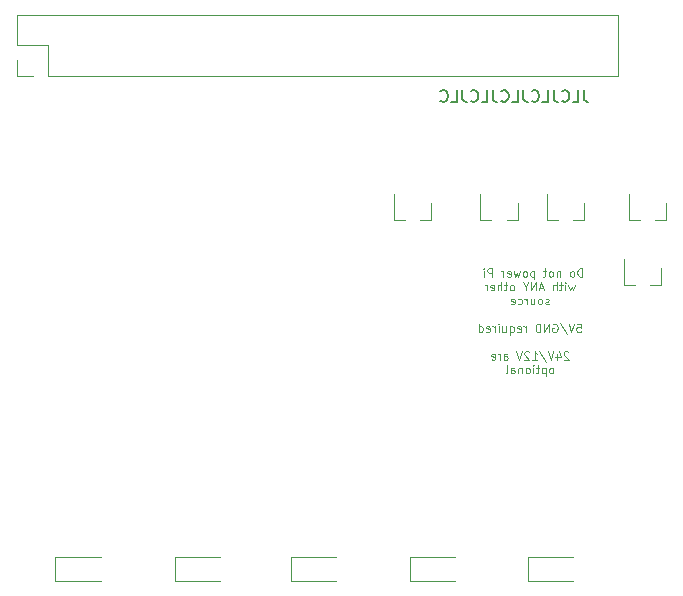
<source format=gbr>
%TF.GenerationSoftware,KiCad,Pcbnew,(5.1.9)-1*%
%TF.CreationDate,2021-03-07T19:12:45-05:00*%
%TF.ProjectId,bigp4ppa,62696770-3470-4706-912e-6b696361645f,rev?*%
%TF.SameCoordinates,Original*%
%TF.FileFunction,Legend,Bot*%
%TF.FilePolarity,Positive*%
%FSLAX46Y46*%
G04 Gerber Fmt 4.6, Leading zero omitted, Abs format (unit mm)*
G04 Created by KiCad (PCBNEW (5.1.9)-1) date 2021-03-07 19:12:45*
%MOMM*%
%LPD*%
G01*
G04 APERTURE LIST*
%ADD10C,0.150000*%
%ADD11C,0.120000*%
G04 APERTURE END LIST*
D10*
X125538761Y-52284380D02*
X125538761Y-52998666D01*
X125586380Y-53141523D01*
X125681619Y-53236761D01*
X125824476Y-53284380D01*
X125919714Y-53284380D01*
X124586380Y-53284380D02*
X125062571Y-53284380D01*
X125062571Y-52284380D01*
X123681619Y-53189142D02*
X123729238Y-53236761D01*
X123872095Y-53284380D01*
X123967333Y-53284380D01*
X124110190Y-53236761D01*
X124205428Y-53141523D01*
X124253047Y-53046285D01*
X124300666Y-52855809D01*
X124300666Y-52712952D01*
X124253047Y-52522476D01*
X124205428Y-52427238D01*
X124110190Y-52332000D01*
X123967333Y-52284380D01*
X123872095Y-52284380D01*
X123729238Y-52332000D01*
X123681619Y-52379619D01*
X122967333Y-52284380D02*
X122967333Y-52998666D01*
X123014952Y-53141523D01*
X123110190Y-53236761D01*
X123253047Y-53284380D01*
X123348285Y-53284380D01*
X122014952Y-53284380D02*
X122491142Y-53284380D01*
X122491142Y-52284380D01*
X121110190Y-53189142D02*
X121157809Y-53236761D01*
X121300666Y-53284380D01*
X121395904Y-53284380D01*
X121538761Y-53236761D01*
X121634000Y-53141523D01*
X121681619Y-53046285D01*
X121729238Y-52855809D01*
X121729238Y-52712952D01*
X121681619Y-52522476D01*
X121634000Y-52427238D01*
X121538761Y-52332000D01*
X121395904Y-52284380D01*
X121300666Y-52284380D01*
X121157809Y-52332000D01*
X121110190Y-52379619D01*
X120395904Y-52284380D02*
X120395904Y-52998666D01*
X120443523Y-53141523D01*
X120538761Y-53236761D01*
X120681619Y-53284380D01*
X120776857Y-53284380D01*
X119443523Y-53284380D02*
X119919714Y-53284380D01*
X119919714Y-52284380D01*
X118538761Y-53189142D02*
X118586380Y-53236761D01*
X118729238Y-53284380D01*
X118824476Y-53284380D01*
X118967333Y-53236761D01*
X119062571Y-53141523D01*
X119110190Y-53046285D01*
X119157809Y-52855809D01*
X119157809Y-52712952D01*
X119110190Y-52522476D01*
X119062571Y-52427238D01*
X118967333Y-52332000D01*
X118824476Y-52284380D01*
X118729238Y-52284380D01*
X118586380Y-52332000D01*
X118538761Y-52379619D01*
X117824476Y-52284380D02*
X117824476Y-52998666D01*
X117872095Y-53141523D01*
X117967333Y-53236761D01*
X118110190Y-53284380D01*
X118205428Y-53284380D01*
X116872095Y-53284380D02*
X117348285Y-53284380D01*
X117348285Y-52284380D01*
X115967333Y-53189142D02*
X116014952Y-53236761D01*
X116157809Y-53284380D01*
X116253047Y-53284380D01*
X116395904Y-53236761D01*
X116491142Y-53141523D01*
X116538761Y-53046285D01*
X116586380Y-52855809D01*
X116586380Y-52712952D01*
X116538761Y-52522476D01*
X116491142Y-52427238D01*
X116395904Y-52332000D01*
X116253047Y-52284380D01*
X116157809Y-52284380D01*
X116014952Y-52332000D01*
X115967333Y-52379619D01*
X115253047Y-52284380D02*
X115253047Y-52998666D01*
X115300666Y-53141523D01*
X115395904Y-53236761D01*
X115538761Y-53284380D01*
X115634000Y-53284380D01*
X114300666Y-53284380D02*
X114776857Y-53284380D01*
X114776857Y-52284380D01*
X113395904Y-53189142D02*
X113443523Y-53236761D01*
X113586380Y-53284380D01*
X113681619Y-53284380D01*
X113824476Y-53236761D01*
X113919714Y-53141523D01*
X113967333Y-53046285D01*
X114014952Y-52855809D01*
X114014952Y-52712952D01*
X113967333Y-52522476D01*
X113919714Y-52427238D01*
X113824476Y-52332000D01*
X113681619Y-52284380D01*
X113586380Y-52284380D01*
X113443523Y-52332000D01*
X113395904Y-52379619D01*
D11*
X125395333Y-68071666D02*
X125395333Y-67371666D01*
X125228666Y-67371666D01*
X125128666Y-67405000D01*
X125062000Y-67471666D01*
X125028666Y-67538333D01*
X124995333Y-67671666D01*
X124995333Y-67771666D01*
X125028666Y-67905000D01*
X125062000Y-67971666D01*
X125128666Y-68038333D01*
X125228666Y-68071666D01*
X125395333Y-68071666D01*
X124595333Y-68071666D02*
X124662000Y-68038333D01*
X124695333Y-68005000D01*
X124728666Y-67938333D01*
X124728666Y-67738333D01*
X124695333Y-67671666D01*
X124662000Y-67638333D01*
X124595333Y-67605000D01*
X124495333Y-67605000D01*
X124428666Y-67638333D01*
X124395333Y-67671666D01*
X124362000Y-67738333D01*
X124362000Y-67938333D01*
X124395333Y-68005000D01*
X124428666Y-68038333D01*
X124495333Y-68071666D01*
X124595333Y-68071666D01*
X123528666Y-67605000D02*
X123528666Y-68071666D01*
X123528666Y-67671666D02*
X123495333Y-67638333D01*
X123428666Y-67605000D01*
X123328666Y-67605000D01*
X123262000Y-67638333D01*
X123228666Y-67705000D01*
X123228666Y-68071666D01*
X122795333Y-68071666D02*
X122862000Y-68038333D01*
X122895333Y-68005000D01*
X122928666Y-67938333D01*
X122928666Y-67738333D01*
X122895333Y-67671666D01*
X122862000Y-67638333D01*
X122795333Y-67605000D01*
X122695333Y-67605000D01*
X122628666Y-67638333D01*
X122595333Y-67671666D01*
X122562000Y-67738333D01*
X122562000Y-67938333D01*
X122595333Y-68005000D01*
X122628666Y-68038333D01*
X122695333Y-68071666D01*
X122795333Y-68071666D01*
X122362000Y-67605000D02*
X122095333Y-67605000D01*
X122262000Y-67371666D02*
X122262000Y-67971666D01*
X122228666Y-68038333D01*
X122162000Y-68071666D01*
X122095333Y-68071666D01*
X121328666Y-67605000D02*
X121328666Y-68305000D01*
X121328666Y-67638333D02*
X121262000Y-67605000D01*
X121128666Y-67605000D01*
X121062000Y-67638333D01*
X121028666Y-67671666D01*
X120995333Y-67738333D01*
X120995333Y-67938333D01*
X121028666Y-68005000D01*
X121062000Y-68038333D01*
X121128666Y-68071666D01*
X121262000Y-68071666D01*
X121328666Y-68038333D01*
X120595333Y-68071666D02*
X120662000Y-68038333D01*
X120695333Y-68005000D01*
X120728666Y-67938333D01*
X120728666Y-67738333D01*
X120695333Y-67671666D01*
X120662000Y-67638333D01*
X120595333Y-67605000D01*
X120495333Y-67605000D01*
X120428666Y-67638333D01*
X120395333Y-67671666D01*
X120362000Y-67738333D01*
X120362000Y-67938333D01*
X120395333Y-68005000D01*
X120428666Y-68038333D01*
X120495333Y-68071666D01*
X120595333Y-68071666D01*
X120128666Y-67605000D02*
X119995333Y-68071666D01*
X119862000Y-67738333D01*
X119728666Y-68071666D01*
X119595333Y-67605000D01*
X119062000Y-68038333D02*
X119128666Y-68071666D01*
X119262000Y-68071666D01*
X119328666Y-68038333D01*
X119362000Y-67971666D01*
X119362000Y-67705000D01*
X119328666Y-67638333D01*
X119262000Y-67605000D01*
X119128666Y-67605000D01*
X119062000Y-67638333D01*
X119028666Y-67705000D01*
X119028666Y-67771666D01*
X119362000Y-67838333D01*
X118728666Y-68071666D02*
X118728666Y-67605000D01*
X118728666Y-67738333D02*
X118695333Y-67671666D01*
X118662000Y-67638333D01*
X118595333Y-67605000D01*
X118528666Y-67605000D01*
X117762000Y-68071666D02*
X117762000Y-67371666D01*
X117495333Y-67371666D01*
X117428666Y-67405000D01*
X117395333Y-67438333D01*
X117362000Y-67505000D01*
X117362000Y-67605000D01*
X117395333Y-67671666D01*
X117428666Y-67705000D01*
X117495333Y-67738333D01*
X117762000Y-67738333D01*
X117062000Y-68071666D02*
X117062000Y-67605000D01*
X117062000Y-67371666D02*
X117095333Y-67405000D01*
X117062000Y-67438333D01*
X117028666Y-67405000D01*
X117062000Y-67371666D01*
X117062000Y-67438333D01*
X124762000Y-68775000D02*
X124628666Y-69241666D01*
X124495333Y-68908333D01*
X124362000Y-69241666D01*
X124228666Y-68775000D01*
X123962000Y-69241666D02*
X123962000Y-68775000D01*
X123962000Y-68541666D02*
X123995333Y-68575000D01*
X123962000Y-68608333D01*
X123928666Y-68575000D01*
X123962000Y-68541666D01*
X123962000Y-68608333D01*
X123728666Y-68775000D02*
X123462000Y-68775000D01*
X123628666Y-68541666D02*
X123628666Y-69141666D01*
X123595333Y-69208333D01*
X123528666Y-69241666D01*
X123462000Y-69241666D01*
X123228666Y-69241666D02*
X123228666Y-68541666D01*
X122928666Y-69241666D02*
X122928666Y-68875000D01*
X122962000Y-68808333D01*
X123028666Y-68775000D01*
X123128666Y-68775000D01*
X123195333Y-68808333D01*
X123228666Y-68841666D01*
X122095333Y-69041666D02*
X121762000Y-69041666D01*
X122162000Y-69241666D02*
X121928666Y-68541666D01*
X121695333Y-69241666D01*
X121462000Y-69241666D02*
X121462000Y-68541666D01*
X121062000Y-69241666D01*
X121062000Y-68541666D01*
X120595333Y-68908333D02*
X120595333Y-69241666D01*
X120828666Y-68541666D02*
X120595333Y-68908333D01*
X120362000Y-68541666D01*
X119495333Y-69241666D02*
X119562000Y-69208333D01*
X119595333Y-69175000D01*
X119628666Y-69108333D01*
X119628666Y-68908333D01*
X119595333Y-68841666D01*
X119562000Y-68808333D01*
X119495333Y-68775000D01*
X119395333Y-68775000D01*
X119328666Y-68808333D01*
X119295333Y-68841666D01*
X119262000Y-68908333D01*
X119262000Y-69108333D01*
X119295333Y-69175000D01*
X119328666Y-69208333D01*
X119395333Y-69241666D01*
X119495333Y-69241666D01*
X119062000Y-68775000D02*
X118795333Y-68775000D01*
X118962000Y-68541666D02*
X118962000Y-69141666D01*
X118928666Y-69208333D01*
X118862000Y-69241666D01*
X118795333Y-69241666D01*
X118562000Y-69241666D02*
X118562000Y-68541666D01*
X118262000Y-69241666D02*
X118262000Y-68875000D01*
X118295333Y-68808333D01*
X118362000Y-68775000D01*
X118462000Y-68775000D01*
X118528666Y-68808333D01*
X118562000Y-68841666D01*
X117662000Y-69208333D02*
X117728666Y-69241666D01*
X117862000Y-69241666D01*
X117928666Y-69208333D01*
X117962000Y-69141666D01*
X117962000Y-68875000D01*
X117928666Y-68808333D01*
X117862000Y-68775000D01*
X117728666Y-68775000D01*
X117662000Y-68808333D01*
X117628666Y-68875000D01*
X117628666Y-68941666D01*
X117962000Y-69008333D01*
X117328666Y-69241666D02*
X117328666Y-68775000D01*
X117328666Y-68908333D02*
X117295333Y-68841666D01*
X117262000Y-68808333D01*
X117195333Y-68775000D01*
X117128666Y-68775000D01*
X122562000Y-70378333D02*
X122495333Y-70411666D01*
X122362000Y-70411666D01*
X122295333Y-70378333D01*
X122262000Y-70311666D01*
X122262000Y-70278333D01*
X122295333Y-70211666D01*
X122362000Y-70178333D01*
X122462000Y-70178333D01*
X122528666Y-70145000D01*
X122562000Y-70078333D01*
X122562000Y-70045000D01*
X122528666Y-69978333D01*
X122462000Y-69945000D01*
X122362000Y-69945000D01*
X122295333Y-69978333D01*
X121862000Y-70411666D02*
X121928666Y-70378333D01*
X121962000Y-70345000D01*
X121995333Y-70278333D01*
X121995333Y-70078333D01*
X121962000Y-70011666D01*
X121928666Y-69978333D01*
X121862000Y-69945000D01*
X121762000Y-69945000D01*
X121695333Y-69978333D01*
X121662000Y-70011666D01*
X121628666Y-70078333D01*
X121628666Y-70278333D01*
X121662000Y-70345000D01*
X121695333Y-70378333D01*
X121762000Y-70411666D01*
X121862000Y-70411666D01*
X121028666Y-69945000D02*
X121028666Y-70411666D01*
X121328666Y-69945000D02*
X121328666Y-70311666D01*
X121295333Y-70378333D01*
X121228666Y-70411666D01*
X121128666Y-70411666D01*
X121062000Y-70378333D01*
X121028666Y-70345000D01*
X120695333Y-70411666D02*
X120695333Y-69945000D01*
X120695333Y-70078333D02*
X120662000Y-70011666D01*
X120628666Y-69978333D01*
X120562000Y-69945000D01*
X120495333Y-69945000D01*
X119962000Y-70378333D02*
X120028666Y-70411666D01*
X120162000Y-70411666D01*
X120228666Y-70378333D01*
X120262000Y-70345000D01*
X120295333Y-70278333D01*
X120295333Y-70078333D01*
X120262000Y-70011666D01*
X120228666Y-69978333D01*
X120162000Y-69945000D01*
X120028666Y-69945000D01*
X119962000Y-69978333D01*
X119395333Y-70378333D02*
X119462000Y-70411666D01*
X119595333Y-70411666D01*
X119662000Y-70378333D01*
X119695333Y-70311666D01*
X119695333Y-70045000D01*
X119662000Y-69978333D01*
X119595333Y-69945000D01*
X119462000Y-69945000D01*
X119395333Y-69978333D01*
X119362000Y-70045000D01*
X119362000Y-70111666D01*
X119695333Y-70178333D01*
X124945333Y-72051666D02*
X125278666Y-72051666D01*
X125312000Y-72385000D01*
X125278666Y-72351666D01*
X125212000Y-72318333D01*
X125045333Y-72318333D01*
X124978666Y-72351666D01*
X124945333Y-72385000D01*
X124912000Y-72451666D01*
X124912000Y-72618333D01*
X124945333Y-72685000D01*
X124978666Y-72718333D01*
X125045333Y-72751666D01*
X125212000Y-72751666D01*
X125278666Y-72718333D01*
X125312000Y-72685000D01*
X124712000Y-72051666D02*
X124478666Y-72751666D01*
X124245333Y-72051666D01*
X123512000Y-72018333D02*
X124112000Y-72918333D01*
X122912000Y-72085000D02*
X122978666Y-72051666D01*
X123078666Y-72051666D01*
X123178666Y-72085000D01*
X123245333Y-72151666D01*
X123278666Y-72218333D01*
X123312000Y-72351666D01*
X123312000Y-72451666D01*
X123278666Y-72585000D01*
X123245333Y-72651666D01*
X123178666Y-72718333D01*
X123078666Y-72751666D01*
X123012000Y-72751666D01*
X122912000Y-72718333D01*
X122878666Y-72685000D01*
X122878666Y-72451666D01*
X123012000Y-72451666D01*
X122578666Y-72751666D02*
X122578666Y-72051666D01*
X122178666Y-72751666D01*
X122178666Y-72051666D01*
X121845333Y-72751666D02*
X121845333Y-72051666D01*
X121678666Y-72051666D01*
X121578666Y-72085000D01*
X121512000Y-72151666D01*
X121478666Y-72218333D01*
X121445333Y-72351666D01*
X121445333Y-72451666D01*
X121478666Y-72585000D01*
X121512000Y-72651666D01*
X121578666Y-72718333D01*
X121678666Y-72751666D01*
X121845333Y-72751666D01*
X120612000Y-72751666D02*
X120612000Y-72285000D01*
X120612000Y-72418333D02*
X120578666Y-72351666D01*
X120545333Y-72318333D01*
X120478666Y-72285000D01*
X120412000Y-72285000D01*
X119912000Y-72718333D02*
X119978666Y-72751666D01*
X120112000Y-72751666D01*
X120178666Y-72718333D01*
X120212000Y-72651666D01*
X120212000Y-72385000D01*
X120178666Y-72318333D01*
X120112000Y-72285000D01*
X119978666Y-72285000D01*
X119912000Y-72318333D01*
X119878666Y-72385000D01*
X119878666Y-72451666D01*
X120212000Y-72518333D01*
X119278666Y-72285000D02*
X119278666Y-72985000D01*
X119278666Y-72718333D02*
X119345333Y-72751666D01*
X119478666Y-72751666D01*
X119545333Y-72718333D01*
X119578666Y-72685000D01*
X119612000Y-72618333D01*
X119612000Y-72418333D01*
X119578666Y-72351666D01*
X119545333Y-72318333D01*
X119478666Y-72285000D01*
X119345333Y-72285000D01*
X119278666Y-72318333D01*
X118645333Y-72285000D02*
X118645333Y-72751666D01*
X118945333Y-72285000D02*
X118945333Y-72651666D01*
X118912000Y-72718333D01*
X118845333Y-72751666D01*
X118745333Y-72751666D01*
X118678666Y-72718333D01*
X118645333Y-72685000D01*
X118312000Y-72751666D02*
X118312000Y-72285000D01*
X118312000Y-72051666D02*
X118345333Y-72085000D01*
X118312000Y-72118333D01*
X118278666Y-72085000D01*
X118312000Y-72051666D01*
X118312000Y-72118333D01*
X117978666Y-72751666D02*
X117978666Y-72285000D01*
X117978666Y-72418333D02*
X117945333Y-72351666D01*
X117912000Y-72318333D01*
X117845333Y-72285000D01*
X117778666Y-72285000D01*
X117278666Y-72718333D02*
X117345333Y-72751666D01*
X117478666Y-72751666D01*
X117545333Y-72718333D01*
X117578666Y-72651666D01*
X117578666Y-72385000D01*
X117545333Y-72318333D01*
X117478666Y-72285000D01*
X117345333Y-72285000D01*
X117278666Y-72318333D01*
X117245333Y-72385000D01*
X117245333Y-72451666D01*
X117578666Y-72518333D01*
X116645333Y-72751666D02*
X116645333Y-72051666D01*
X116645333Y-72718333D02*
X116712000Y-72751666D01*
X116845333Y-72751666D01*
X116912000Y-72718333D01*
X116945333Y-72685000D01*
X116978666Y-72618333D01*
X116978666Y-72418333D01*
X116945333Y-72351666D01*
X116912000Y-72318333D01*
X116845333Y-72285000D01*
X116712000Y-72285000D01*
X116645333Y-72318333D01*
X124228666Y-74458333D02*
X124195333Y-74425000D01*
X124128666Y-74391666D01*
X123962000Y-74391666D01*
X123895333Y-74425000D01*
X123862000Y-74458333D01*
X123828666Y-74525000D01*
X123828666Y-74591666D01*
X123862000Y-74691666D01*
X124262000Y-75091666D01*
X123828666Y-75091666D01*
X123228666Y-74625000D02*
X123228666Y-75091666D01*
X123395333Y-74358333D02*
X123562000Y-74858333D01*
X123128666Y-74858333D01*
X122962000Y-74391666D02*
X122728666Y-75091666D01*
X122495333Y-74391666D01*
X121762000Y-74358333D02*
X122362000Y-75258333D01*
X121162000Y-75091666D02*
X121562000Y-75091666D01*
X121362000Y-75091666D02*
X121362000Y-74391666D01*
X121428666Y-74491666D01*
X121495333Y-74558333D01*
X121562000Y-74591666D01*
X120895333Y-74458333D02*
X120862000Y-74425000D01*
X120795333Y-74391666D01*
X120628666Y-74391666D01*
X120562000Y-74425000D01*
X120528666Y-74458333D01*
X120495333Y-74525000D01*
X120495333Y-74591666D01*
X120528666Y-74691666D01*
X120928666Y-75091666D01*
X120495333Y-75091666D01*
X120295333Y-74391666D02*
X120062000Y-75091666D01*
X119828666Y-74391666D01*
X118762000Y-75091666D02*
X118762000Y-74725000D01*
X118795333Y-74658333D01*
X118862000Y-74625000D01*
X118995333Y-74625000D01*
X119062000Y-74658333D01*
X118762000Y-75058333D02*
X118828666Y-75091666D01*
X118995333Y-75091666D01*
X119062000Y-75058333D01*
X119095333Y-74991666D01*
X119095333Y-74925000D01*
X119062000Y-74858333D01*
X118995333Y-74825000D01*
X118828666Y-74825000D01*
X118762000Y-74791666D01*
X118428666Y-75091666D02*
X118428666Y-74625000D01*
X118428666Y-74758333D02*
X118395333Y-74691666D01*
X118362000Y-74658333D01*
X118295333Y-74625000D01*
X118228666Y-74625000D01*
X117728666Y-75058333D02*
X117795333Y-75091666D01*
X117928666Y-75091666D01*
X117995333Y-75058333D01*
X118028666Y-74991666D01*
X118028666Y-74725000D01*
X117995333Y-74658333D01*
X117928666Y-74625000D01*
X117795333Y-74625000D01*
X117728666Y-74658333D01*
X117695333Y-74725000D01*
X117695333Y-74791666D01*
X118028666Y-74858333D01*
X122828666Y-76261666D02*
X122895333Y-76228333D01*
X122928666Y-76195000D01*
X122962000Y-76128333D01*
X122962000Y-75928333D01*
X122928666Y-75861666D01*
X122895333Y-75828333D01*
X122828666Y-75795000D01*
X122728666Y-75795000D01*
X122662000Y-75828333D01*
X122628666Y-75861666D01*
X122595333Y-75928333D01*
X122595333Y-76128333D01*
X122628666Y-76195000D01*
X122662000Y-76228333D01*
X122728666Y-76261666D01*
X122828666Y-76261666D01*
X122295333Y-75795000D02*
X122295333Y-76495000D01*
X122295333Y-75828333D02*
X122228666Y-75795000D01*
X122095333Y-75795000D01*
X122028666Y-75828333D01*
X121995333Y-75861666D01*
X121962000Y-75928333D01*
X121962000Y-76128333D01*
X121995333Y-76195000D01*
X122028666Y-76228333D01*
X122095333Y-76261666D01*
X122228666Y-76261666D01*
X122295333Y-76228333D01*
X121762000Y-75795000D02*
X121495333Y-75795000D01*
X121662000Y-75561666D02*
X121662000Y-76161666D01*
X121628666Y-76228333D01*
X121562000Y-76261666D01*
X121495333Y-76261666D01*
X121262000Y-76261666D02*
X121262000Y-75795000D01*
X121262000Y-75561666D02*
X121295333Y-75595000D01*
X121262000Y-75628333D01*
X121228666Y-75595000D01*
X121262000Y-75561666D01*
X121262000Y-75628333D01*
X120828666Y-76261666D02*
X120895333Y-76228333D01*
X120928666Y-76195000D01*
X120962000Y-76128333D01*
X120962000Y-75928333D01*
X120928666Y-75861666D01*
X120895333Y-75828333D01*
X120828666Y-75795000D01*
X120728666Y-75795000D01*
X120662000Y-75828333D01*
X120628666Y-75861666D01*
X120595333Y-75928333D01*
X120595333Y-76128333D01*
X120628666Y-76195000D01*
X120662000Y-76228333D01*
X120728666Y-76261666D01*
X120828666Y-76261666D01*
X120295333Y-75795000D02*
X120295333Y-76261666D01*
X120295333Y-75861666D02*
X120262000Y-75828333D01*
X120195333Y-75795000D01*
X120095333Y-75795000D01*
X120028666Y-75828333D01*
X119995333Y-75895000D01*
X119995333Y-76261666D01*
X119362000Y-76261666D02*
X119362000Y-75895000D01*
X119395333Y-75828333D01*
X119462000Y-75795000D01*
X119595333Y-75795000D01*
X119662000Y-75828333D01*
X119362000Y-76228333D02*
X119428666Y-76261666D01*
X119595333Y-76261666D01*
X119662000Y-76228333D01*
X119695333Y-76161666D01*
X119695333Y-76095000D01*
X119662000Y-76028333D01*
X119595333Y-75995000D01*
X119428666Y-75995000D01*
X119362000Y-75961666D01*
X118928666Y-76261666D02*
X118995333Y-76228333D01*
X119028666Y-76161666D01*
X119028666Y-75561666D01*
%TO.C,Q6*%
X132517000Y-63260000D02*
X132517000Y-61800000D01*
X129357000Y-63260000D02*
X129357000Y-61100000D01*
X129357000Y-63260000D02*
X130287000Y-63260000D01*
X132517000Y-63260000D02*
X131587000Y-63260000D01*
%TO.C,J2*%
X77540000Y-49770000D02*
X77540000Y-51100000D01*
X77540000Y-51100000D02*
X78870000Y-51100000D01*
X77540000Y-48500000D02*
X80140000Y-48500000D01*
X80140000Y-48500000D02*
X80140000Y-51100000D01*
X80140000Y-51100000D02*
X128460000Y-51100000D01*
X128460000Y-45900000D02*
X128460000Y-51100000D01*
X77540000Y-45900000D02*
X128460000Y-45900000D01*
X77540000Y-45900000D02*
X77540000Y-48500000D01*
%TO.C,D5*%
X120800000Y-93850000D02*
X124650000Y-93850000D01*
X120800000Y-91850000D02*
X124650000Y-91850000D01*
X120800000Y-93850000D02*
X120800000Y-91850000D01*
%TO.C,D4*%
X110800000Y-93850000D02*
X114650000Y-93850000D01*
X110800000Y-91850000D02*
X114650000Y-91850000D01*
X110800000Y-93850000D02*
X110800000Y-91850000D01*
%TO.C,D3*%
X100700000Y-93850000D02*
X104550000Y-93850000D01*
X100700000Y-91850000D02*
X104550000Y-91850000D01*
X100700000Y-93850000D02*
X100700000Y-91850000D01*
%TO.C,D2*%
X90900000Y-93850000D02*
X94750000Y-93850000D01*
X90900000Y-91850000D02*
X94750000Y-91850000D01*
X90900000Y-93850000D02*
X90900000Y-91850000D01*
%TO.C,D1*%
X80800000Y-93850000D02*
X84650000Y-93850000D01*
X80800000Y-91850000D02*
X84650000Y-91850000D01*
X80800000Y-93850000D02*
X80800000Y-91850000D01*
%TO.C,Q1*%
X132080000Y-68760000D02*
X131150000Y-68760000D01*
X128920000Y-68760000D02*
X129850000Y-68760000D01*
X128920000Y-68760000D02*
X128920000Y-66600000D01*
X132080000Y-68760000D02*
X132080000Y-67300000D01*
%TO.C,Q5*%
X119944000Y-63260000D02*
X119944000Y-61800000D01*
X116784000Y-63260000D02*
X116784000Y-61100000D01*
X116784000Y-63260000D02*
X117714000Y-63260000D01*
X119944000Y-63260000D02*
X119014000Y-63260000D01*
%TO.C,Q4*%
X125580000Y-63260000D02*
X125580000Y-61800000D01*
X122420000Y-63260000D02*
X122420000Y-61100000D01*
X122420000Y-63260000D02*
X123350000Y-63260000D01*
X125580000Y-63260000D02*
X124650000Y-63260000D01*
%TO.C,Q3*%
X112580000Y-63260000D02*
X112580000Y-61800000D01*
X109420000Y-63260000D02*
X109420000Y-61100000D01*
X109420000Y-63260000D02*
X110350000Y-63260000D01*
X112580000Y-63260000D02*
X111650000Y-63260000D01*
%TD*%
M02*

</source>
